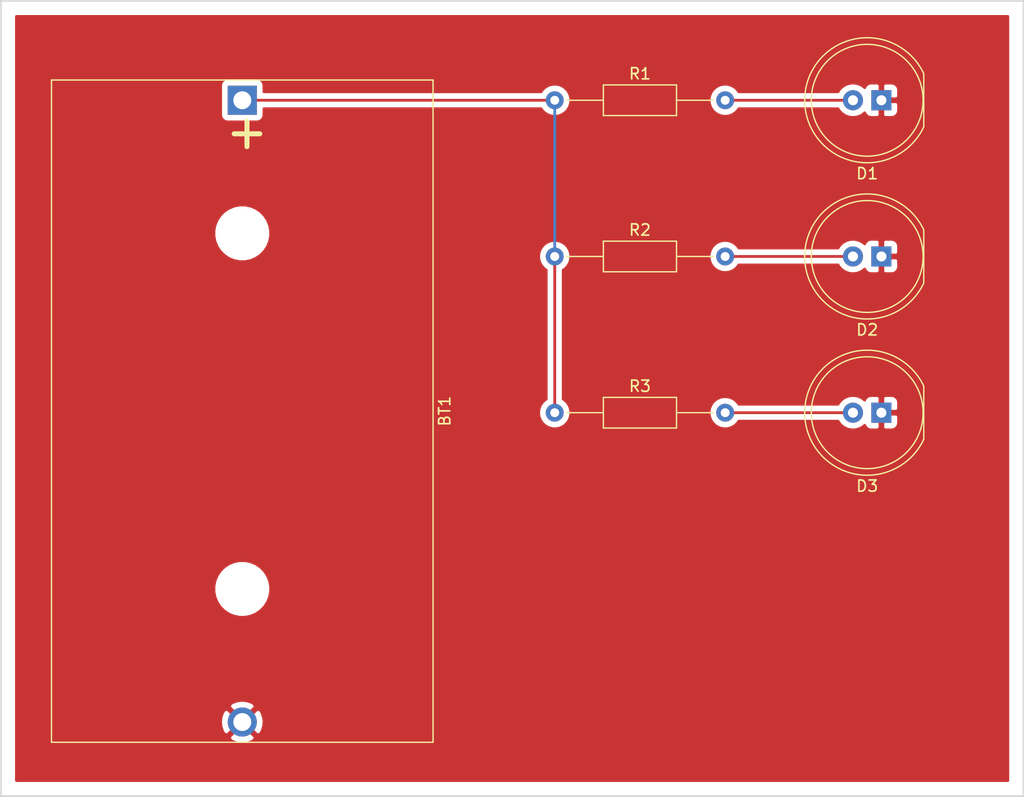
<source format=kicad_pcb>
(kicad_pcb (version 20171130) (host pcbnew "(5.1.7)-1")

  (general
    (thickness 1.6)
    (drawings 4)
    (tracks 6)
    (zones 0)
    (modules 7)
    (nets 6)
  )

  (page A4)
  (layers
    (0 F.Cu signal)
    (31 B.Cu signal)
    (32 B.Adhes user)
    (33 F.Adhes user)
    (34 B.Paste user)
    (35 F.Paste user)
    (36 B.SilkS user)
    (37 F.SilkS user)
    (38 B.Mask user)
    (39 F.Mask user)
    (40 Dwgs.User user)
    (41 Cmts.User user)
    (42 Eco1.User user)
    (43 Eco2.User user)
    (44 Edge.Cuts user)
    (45 Margin user)
    (46 B.CrtYd user)
    (47 F.CrtYd user)
    (48 B.Fab user)
    (49 F.Fab user)
  )

  (setup
    (last_trace_width 0.25)
    (trace_clearance 0.2)
    (zone_clearance 0.508)
    (zone_45_only no)
    (trace_min 0.2)
    (via_size 0.8)
    (via_drill 0.4)
    (via_min_size 0.4)
    (via_min_drill 0.3)
    (uvia_size 0.3)
    (uvia_drill 0.1)
    (uvias_allowed no)
    (uvia_min_size 0.2)
    (uvia_min_drill 0.1)
    (edge_width 0.05)
    (segment_width 0.2)
    (pcb_text_width 0.3)
    (pcb_text_size 1.5 1.5)
    (mod_edge_width 0.12)
    (mod_text_size 1 1)
    (mod_text_width 0.15)
    (pad_size 1.524 1.524)
    (pad_drill 0.762)
    (pad_to_mask_clearance 0)
    (aux_axis_origin 0 0)
    (visible_elements FFFFFF7F)
    (pcbplotparams
      (layerselection 0x010fc_ffffffff)
      (usegerberextensions false)
      (usegerberattributes true)
      (usegerberadvancedattributes true)
      (creategerberjobfile true)
      (excludeedgelayer true)
      (linewidth 0.100000)
      (plotframeref false)
      (viasonmask false)
      (mode 1)
      (useauxorigin false)
      (hpglpennumber 1)
      (hpglpenspeed 20)
      (hpglpendiameter 15.000000)
      (psnegative false)
      (psa4output false)
      (plotreference true)
      (plotvalue true)
      (plotinvisibletext false)
      (padsonsilk false)
      (subtractmaskfromsilk false)
      (outputformat 1)
      (mirror false)
      (drillshape 1)
      (scaleselection 1)
      (outputdirectory ""))
  )

  (net 0 "")
  (net 1 "Net-(D1-Pad2)")
  (net 2 "Net-(BT1-Pad2)")
  (net 3 "Net-(D2-Pad2)")
  (net 4 "Net-(D3-Pad2)")
  (net 5 "Net-(BT1-Pad1)")

  (net_class Default "This is the default net class."
    (clearance 0.2)
    (trace_width 0.25)
    (via_dia 0.8)
    (via_drill 0.4)
    (uvia_dia 0.3)
    (uvia_drill 0.1)
    (add_net "Net-(BT1-Pad1)")
    (add_net "Net-(BT1-Pad2)")
    (add_net "Net-(D1-Pad2)")
    (add_net "Net-(D2-Pad2)")
    (add_net "Net-(D3-Pad2)")
  )

  (module Battery:BatteryHolder_Bulgin_BX0036_1xC (layer F.Cu) (tedit 5C0C1564) (tstamp 5FA95374)
    (at 73.66 72.39 270)
    (descr "Bulgin Battery Holder, BX0036, Battery Type C (https://www.bulgin.com/products/pub/media/bulgin/data/Battery_holders.pdf)")
    (tags "Bulgin BX0036")
    (path /5FA96C5D)
    (fp_text reference BT1 (at 27.8 -18.1 90) (layer F.SilkS)
      (effects (font (size 1 1) (thickness 0.15)))
    )
    (fp_text value Battery (at 27.8 1 90) (layer F.Fab)
      (effects (font (size 1 1) (thickness 0.15)))
    )
    (fp_text user %R (at 27.8 -1 90) (layer F.Fab)
      (effects (font (size 1 1) (thickness 0.1)))
    )
    (fp_text user + (at 3 -0.2 90) (layer F.SilkS)
      (effects (font (size 3 3) (thickness 0.45)))
    )
    (fp_line (start -1.75 17) (end -1.75 -17) (layer F.Fab) (width 0.1))
    (fp_line (start 57.35 17) (end -1.75 17) (layer F.Fab) (width 0.1))
    (fp_line (start 57.35 -17) (end 57.35 17) (layer F.Fab) (width 0.1))
    (fp_line (start -1.75 -17) (end 57.35 -17) (layer F.Fab) (width 0.1))
    (fp_line (start -2.3 -17.5) (end 57.9 -17.5) (layer F.CrtYd) (width 0.05))
    (fp_line (start 57.9 -17.5) (end 57.9 17.5) (layer F.CrtYd) (width 0.05))
    (fp_line (start 57.9 17.5) (end -2.3 17.5) (layer F.CrtYd) (width 0.05))
    (fp_line (start -2.3 17.5) (end -2.3 -17.5) (layer F.CrtYd) (width 0.05))
    (fp_line (start -1.81 -17.06) (end -1.81 17.06) (layer F.SilkS) (width 0.12))
    (fp_line (start 57.41 -17.06) (end 57.41 17.06) (layer F.SilkS) (width 0.12))
    (fp_line (start -1.81 -17.06) (end 57.41 -17.06) (layer F.SilkS) (width 0.12))
    (fp_line (start -1.81 17.06) (end 57.41 17.06) (layer F.SilkS) (width 0.12))
    (pad "" np_thru_hole circle (at 43.7 0 270) (size 3.8 3.8) (drill 3.8) (layers *.Cu *.Mask))
    (pad "" np_thru_hole circle (at 11.9 0 270) (size 3.8 3.8) (drill 3.8) (layers *.Cu *.Mask))
    (pad 1 thru_hole rect (at 0 0 270) (size 2.6 2.6) (drill 1.6) (layers *.Cu *.Mask)
      (net 5 "Net-(BT1-Pad1)"))
    (pad 2 thru_hole circle (at 55.6 0 270) (size 2.6 2.6) (drill 1.6) (layers *.Cu *.Mask)
      (net 2 "Net-(BT1-Pad2)"))
    (model ${KISYS3DMOD}/Battery.3dshapes/BatteryHolder_Bulgin_BX0036_1xC.wrl
      (at (xyz 0 0 0))
      (scale (xyz 1 1 1))
      (rotate (xyz 0 0 0))
    )
  )

  (module Resistor_THT:R_Axial_DIN0207_L6.3mm_D2.5mm_P15.24mm_Horizontal (layer F.Cu) (tedit 5AE5139B) (tstamp 5FA951C8)
    (at 101.6 100.33)
    (descr "Resistor, Axial_DIN0207 series, Axial, Horizontal, pin pitch=15.24mm, 0.25W = 1/4W, length*diameter=6.3*2.5mm^2, http://cdn-reichelt.de/documents/datenblatt/B400/1_4W%23YAG.pdf")
    (tags "Resistor Axial_DIN0207 series Axial Horizontal pin pitch 15.24mm 0.25W = 1/4W length 6.3mm diameter 2.5mm")
    (path /5FA944FB)
    (fp_text reference R3 (at 7.62 -2.37) (layer F.SilkS)
      (effects (font (size 1 1) (thickness 0.15)))
    )
    (fp_text value 200 (at 7.62 2.37) (layer F.Fab)
      (effects (font (size 1 1) (thickness 0.15)))
    )
    (fp_text user %R (at 7.62 0) (layer F.Fab)
      (effects (font (size 1 1) (thickness 0.15)))
    )
    (fp_line (start 4.47 -1.25) (end 4.47 1.25) (layer F.Fab) (width 0.1))
    (fp_line (start 4.47 1.25) (end 10.77 1.25) (layer F.Fab) (width 0.1))
    (fp_line (start 10.77 1.25) (end 10.77 -1.25) (layer F.Fab) (width 0.1))
    (fp_line (start 10.77 -1.25) (end 4.47 -1.25) (layer F.Fab) (width 0.1))
    (fp_line (start 0 0) (end 4.47 0) (layer F.Fab) (width 0.1))
    (fp_line (start 15.24 0) (end 10.77 0) (layer F.Fab) (width 0.1))
    (fp_line (start 4.35 -1.37) (end 4.35 1.37) (layer F.SilkS) (width 0.12))
    (fp_line (start 4.35 1.37) (end 10.89 1.37) (layer F.SilkS) (width 0.12))
    (fp_line (start 10.89 1.37) (end 10.89 -1.37) (layer F.SilkS) (width 0.12))
    (fp_line (start 10.89 -1.37) (end 4.35 -1.37) (layer F.SilkS) (width 0.12))
    (fp_line (start 1.04 0) (end 4.35 0) (layer F.SilkS) (width 0.12))
    (fp_line (start 14.2 0) (end 10.89 0) (layer F.SilkS) (width 0.12))
    (fp_line (start -1.05 -1.5) (end -1.05 1.5) (layer F.CrtYd) (width 0.05))
    (fp_line (start -1.05 1.5) (end 16.29 1.5) (layer F.CrtYd) (width 0.05))
    (fp_line (start 16.29 1.5) (end 16.29 -1.5) (layer F.CrtYd) (width 0.05))
    (fp_line (start 16.29 -1.5) (end -1.05 -1.5) (layer F.CrtYd) (width 0.05))
    (pad 2 thru_hole oval (at 15.24 0) (size 1.6 1.6) (drill 0.8) (layers *.Cu *.Mask)
      (net 4 "Net-(D3-Pad2)"))
    (pad 1 thru_hole circle (at 0 0) (size 1.6 1.6) (drill 0.8) (layers *.Cu *.Mask)
      (net 5 "Net-(BT1-Pad1)"))
    (model ${KISYS3DMOD}/Resistor_THT.3dshapes/R_Axial_DIN0207_L6.3mm_D2.5mm_P15.24mm_Horizontal.wrl
      (at (xyz 0 0 0))
      (scale (xyz 1 1 1))
      (rotate (xyz 0 0 0))
    )
  )

  (module Resistor_THT:R_Axial_DIN0207_L6.3mm_D2.5mm_P15.24mm_Horizontal (layer F.Cu) (tedit 5AE5139B) (tstamp 5FA951B1)
    (at 101.6 86.36)
    (descr "Resistor, Axial_DIN0207 series, Axial, Horizontal, pin pitch=15.24mm, 0.25W = 1/4W, length*diameter=6.3*2.5mm^2, http://cdn-reichelt.de/documents/datenblatt/B400/1_4W%23YAG.pdf")
    (tags "Resistor Axial_DIN0207 series Axial Horizontal pin pitch 15.24mm 0.25W = 1/4W length 6.3mm diameter 2.5mm")
    (path /5FA95C14)
    (fp_text reference R2 (at 7.62 -2.37) (layer F.SilkS)
      (effects (font (size 1 1) (thickness 0.15)))
    )
    (fp_text value 200 (at 7.62 2.37) (layer F.Fab)
      (effects (font (size 1 1) (thickness 0.15)))
    )
    (fp_text user %R (at 7.62 0) (layer F.Fab)
      (effects (font (size 1 1) (thickness 0.15)))
    )
    (fp_line (start 4.47 -1.25) (end 4.47 1.25) (layer F.Fab) (width 0.1))
    (fp_line (start 4.47 1.25) (end 10.77 1.25) (layer F.Fab) (width 0.1))
    (fp_line (start 10.77 1.25) (end 10.77 -1.25) (layer F.Fab) (width 0.1))
    (fp_line (start 10.77 -1.25) (end 4.47 -1.25) (layer F.Fab) (width 0.1))
    (fp_line (start 0 0) (end 4.47 0) (layer F.Fab) (width 0.1))
    (fp_line (start 15.24 0) (end 10.77 0) (layer F.Fab) (width 0.1))
    (fp_line (start 4.35 -1.37) (end 4.35 1.37) (layer F.SilkS) (width 0.12))
    (fp_line (start 4.35 1.37) (end 10.89 1.37) (layer F.SilkS) (width 0.12))
    (fp_line (start 10.89 1.37) (end 10.89 -1.37) (layer F.SilkS) (width 0.12))
    (fp_line (start 10.89 -1.37) (end 4.35 -1.37) (layer F.SilkS) (width 0.12))
    (fp_line (start 1.04 0) (end 4.35 0) (layer F.SilkS) (width 0.12))
    (fp_line (start 14.2 0) (end 10.89 0) (layer F.SilkS) (width 0.12))
    (fp_line (start -1.05 -1.5) (end -1.05 1.5) (layer F.CrtYd) (width 0.05))
    (fp_line (start -1.05 1.5) (end 16.29 1.5) (layer F.CrtYd) (width 0.05))
    (fp_line (start 16.29 1.5) (end 16.29 -1.5) (layer F.CrtYd) (width 0.05))
    (fp_line (start 16.29 -1.5) (end -1.05 -1.5) (layer F.CrtYd) (width 0.05))
    (pad 2 thru_hole oval (at 15.24 0) (size 1.6 1.6) (drill 0.8) (layers *.Cu *.Mask)
      (net 3 "Net-(D2-Pad2)"))
    (pad 1 thru_hole circle (at 0 0) (size 1.6 1.6) (drill 0.8) (layers *.Cu *.Mask)
      (net 5 "Net-(BT1-Pad1)"))
    (model ${KISYS3DMOD}/Resistor_THT.3dshapes/R_Axial_DIN0207_L6.3mm_D2.5mm_P15.24mm_Horizontal.wrl
      (at (xyz 0 0 0))
      (scale (xyz 1 1 1))
      (rotate (xyz 0 0 0))
    )
  )

  (module Resistor_THT:R_Axial_DIN0207_L6.3mm_D2.5mm_P15.24mm_Horizontal (layer F.Cu) (tedit 5AE5139B) (tstamp 5FA9519A)
    (at 101.6 72.39)
    (descr "Resistor, Axial_DIN0207 series, Axial, Horizontal, pin pitch=15.24mm, 0.25W = 1/4W, length*diameter=6.3*2.5mm^2, http://cdn-reichelt.de/documents/datenblatt/B400/1_4W%23YAG.pdf")
    (tags "Resistor Axial_DIN0207 series Axial Horizontal pin pitch 15.24mm 0.25W = 1/4W length 6.3mm diameter 2.5mm")
    (path /5FA95E9F)
    (fp_text reference R1 (at 7.62 -2.37) (layer F.SilkS)
      (effects (font (size 1 1) (thickness 0.15)))
    )
    (fp_text value 200 (at 7.62 2.37) (layer F.Fab)
      (effects (font (size 1 1) (thickness 0.15)))
    )
    (fp_text user %R (at 7.62 0) (layer F.Fab)
      (effects (font (size 1 1) (thickness 0.15)))
    )
    (fp_line (start 4.47 -1.25) (end 4.47 1.25) (layer F.Fab) (width 0.1))
    (fp_line (start 4.47 1.25) (end 10.77 1.25) (layer F.Fab) (width 0.1))
    (fp_line (start 10.77 1.25) (end 10.77 -1.25) (layer F.Fab) (width 0.1))
    (fp_line (start 10.77 -1.25) (end 4.47 -1.25) (layer F.Fab) (width 0.1))
    (fp_line (start 0 0) (end 4.47 0) (layer F.Fab) (width 0.1))
    (fp_line (start 15.24 0) (end 10.77 0) (layer F.Fab) (width 0.1))
    (fp_line (start 4.35 -1.37) (end 4.35 1.37) (layer F.SilkS) (width 0.12))
    (fp_line (start 4.35 1.37) (end 10.89 1.37) (layer F.SilkS) (width 0.12))
    (fp_line (start 10.89 1.37) (end 10.89 -1.37) (layer F.SilkS) (width 0.12))
    (fp_line (start 10.89 -1.37) (end 4.35 -1.37) (layer F.SilkS) (width 0.12))
    (fp_line (start 1.04 0) (end 4.35 0) (layer F.SilkS) (width 0.12))
    (fp_line (start 14.2 0) (end 10.89 0) (layer F.SilkS) (width 0.12))
    (fp_line (start -1.05 -1.5) (end -1.05 1.5) (layer F.CrtYd) (width 0.05))
    (fp_line (start -1.05 1.5) (end 16.29 1.5) (layer F.CrtYd) (width 0.05))
    (fp_line (start 16.29 1.5) (end 16.29 -1.5) (layer F.CrtYd) (width 0.05))
    (fp_line (start 16.29 -1.5) (end -1.05 -1.5) (layer F.CrtYd) (width 0.05))
    (pad 2 thru_hole oval (at 15.24 0) (size 1.6 1.6) (drill 0.8) (layers *.Cu *.Mask)
      (net 1 "Net-(D1-Pad2)"))
    (pad 1 thru_hole circle (at 0 0) (size 1.6 1.6) (drill 0.8) (layers *.Cu *.Mask)
      (net 5 "Net-(BT1-Pad1)"))
    (model ${KISYS3DMOD}/Resistor_THT.3dshapes/R_Axial_DIN0207_L6.3mm_D2.5mm_P15.24mm_Horizontal.wrl
      (at (xyz 0 0 0))
      (scale (xyz 1 1 1))
      (rotate (xyz 0 0 0))
    )
  )

  (module LED_THT:LED_D10.0mm (layer F.Cu) (tedit 587A3A7B) (tstamp 5FA95183)
    (at 130.81 100.33 180)
    (descr "LED, diameter 10.0mm, 2 pins, http://cdn-reichelt.de/documents/datenblatt/A500/LED10-4500RT%23KIN.pdf")
    (tags "LED diameter 10.0mm 2 pins")
    (path /5FA8E9F3)
    (fp_text reference D3 (at 1.27 -6.56) (layer F.SilkS)
      (effects (font (size 1 1) (thickness 0.15)))
    )
    (fp_text value LED (at 1.27 6.56) (layer F.Fab)
      (effects (font (size 1 1) (thickness 0.15)))
    )
    (fp_arc (start 1.27 0) (end -3.79 2.375816) (angle -154.8) (layer F.SilkS) (width 0.12))
    (fp_arc (start 1.27 0) (end -3.79 -2.375816) (angle 154.8) (layer F.SilkS) (width 0.12))
    (fp_arc (start 1.27 0) (end -3.73 -2.291288) (angle 310.8) (layer F.Fab) (width 0.1))
    (fp_circle (center 1.27 0) (end 6.27 0) (layer F.Fab) (width 0.1))
    (fp_circle (center 1.27 0) (end 6.27 0) (layer F.SilkS) (width 0.12))
    (fp_line (start -3.73 -2.291288) (end -3.73 2.291288) (layer F.Fab) (width 0.1))
    (fp_line (start -3.79 -2.376) (end -3.79 2.376) (layer F.SilkS) (width 0.12))
    (fp_line (start -4.55 -5.85) (end -4.55 5.85) (layer F.CrtYd) (width 0.05))
    (fp_line (start -4.55 5.85) (end 7.1 5.85) (layer F.CrtYd) (width 0.05))
    (fp_line (start 7.1 5.85) (end 7.1 -5.85) (layer F.CrtYd) (width 0.05))
    (fp_line (start 7.1 -5.85) (end -4.55 -5.85) (layer F.CrtYd) (width 0.05))
    (pad 2 thru_hole circle (at 2.54 0 180) (size 1.8 1.8) (drill 0.9) (layers *.Cu *.Mask)
      (net 4 "Net-(D3-Pad2)"))
    (pad 1 thru_hole rect (at 0 0 180) (size 1.8 1.8) (drill 0.9) (layers *.Cu *.Mask)
      (net 2 "Net-(BT1-Pad2)"))
    (model ${KISYS3DMOD}/LED_THT.3dshapes/LED_D10.0mm.wrl
      (at (xyz 0 0 0))
      (scale (xyz 1 1 1))
      (rotate (xyz 0 0 0))
    )
  )

  (module LED_THT:LED_D10.0mm (layer F.Cu) (tedit 587A3A7B) (tstamp 5FA95172)
    (at 130.81 86.36 180)
    (descr "LED, diameter 10.0mm, 2 pins, http://cdn-reichelt.de/documents/datenblatt/A500/LED10-4500RT%23KIN.pdf")
    (tags "LED diameter 10.0mm 2 pins")
    (path /5FA92F79)
    (fp_text reference D2 (at 1.27 -6.56) (layer F.SilkS)
      (effects (font (size 1 1) (thickness 0.15)))
    )
    (fp_text value LED (at 1.27 6.56) (layer F.Fab)
      (effects (font (size 1 1) (thickness 0.15)))
    )
    (fp_arc (start 1.27 0) (end -3.79 2.375816) (angle -154.8) (layer F.SilkS) (width 0.12))
    (fp_arc (start 1.27 0) (end -3.79 -2.375816) (angle 154.8) (layer F.SilkS) (width 0.12))
    (fp_arc (start 1.27 0) (end -3.73 -2.291288) (angle 310.8) (layer F.Fab) (width 0.1))
    (fp_circle (center 1.27 0) (end 6.27 0) (layer F.Fab) (width 0.1))
    (fp_circle (center 1.27 0) (end 6.27 0) (layer F.SilkS) (width 0.12))
    (fp_line (start -3.73 -2.291288) (end -3.73 2.291288) (layer F.Fab) (width 0.1))
    (fp_line (start -3.79 -2.376) (end -3.79 2.376) (layer F.SilkS) (width 0.12))
    (fp_line (start -4.55 -5.85) (end -4.55 5.85) (layer F.CrtYd) (width 0.05))
    (fp_line (start -4.55 5.85) (end 7.1 5.85) (layer F.CrtYd) (width 0.05))
    (fp_line (start 7.1 5.85) (end 7.1 -5.85) (layer F.CrtYd) (width 0.05))
    (fp_line (start 7.1 -5.85) (end -4.55 -5.85) (layer F.CrtYd) (width 0.05))
    (pad 2 thru_hole circle (at 2.54 0 180) (size 1.8 1.8) (drill 0.9) (layers *.Cu *.Mask)
      (net 3 "Net-(D2-Pad2)"))
    (pad 1 thru_hole rect (at 0 0 180) (size 1.8 1.8) (drill 0.9) (layers *.Cu *.Mask)
      (net 2 "Net-(BT1-Pad2)"))
    (model ${KISYS3DMOD}/LED_THT.3dshapes/LED_D10.0mm.wrl
      (at (xyz 0 0 0))
      (scale (xyz 1 1 1))
      (rotate (xyz 0 0 0))
    )
  )

  (module LED_THT:LED_D10.0mm (layer F.Cu) (tedit 587A3A7B) (tstamp 5FA95161)
    (at 130.81 72.39 180)
    (descr "LED, diameter 10.0mm, 2 pins, http://cdn-reichelt.de/documents/datenblatt/A500/LED10-4500RT%23KIN.pdf")
    (tags "LED diameter 10.0mm 2 pins")
    (path /5FA93F7B)
    (fp_text reference D1 (at 1.27 -6.56) (layer F.SilkS)
      (effects (font (size 1 1) (thickness 0.15)))
    )
    (fp_text value LED (at 1.27 6.56) (layer F.Fab)
      (effects (font (size 1 1) (thickness 0.15)))
    )
    (fp_arc (start 1.27 0) (end -3.79 2.375816) (angle -154.8) (layer F.SilkS) (width 0.12))
    (fp_arc (start 1.27 0) (end -3.79 -2.375816) (angle 154.8) (layer F.SilkS) (width 0.12))
    (fp_arc (start 1.27 0) (end -3.73 -2.291288) (angle 310.8) (layer F.Fab) (width 0.1))
    (fp_circle (center 1.27 0) (end 6.27 0) (layer F.Fab) (width 0.1))
    (fp_circle (center 1.27 0) (end 6.27 0) (layer F.SilkS) (width 0.12))
    (fp_line (start -3.73 -2.291288) (end -3.73 2.291288) (layer F.Fab) (width 0.1))
    (fp_line (start -3.79 -2.376) (end -3.79 2.376) (layer F.SilkS) (width 0.12))
    (fp_line (start -4.55 -5.85) (end -4.55 5.85) (layer F.CrtYd) (width 0.05))
    (fp_line (start -4.55 5.85) (end 7.1 5.85) (layer F.CrtYd) (width 0.05))
    (fp_line (start 7.1 5.85) (end 7.1 -5.85) (layer F.CrtYd) (width 0.05))
    (fp_line (start 7.1 -5.85) (end -4.55 -5.85) (layer F.CrtYd) (width 0.05))
    (pad 2 thru_hole circle (at 2.54 0 180) (size 1.8 1.8) (drill 0.9) (layers *.Cu *.Mask)
      (net 1 "Net-(D1-Pad2)"))
    (pad 1 thru_hole rect (at 0 0 180) (size 1.8 1.8) (drill 0.9) (layers *.Cu *.Mask)
      (net 2 "Net-(BT1-Pad2)"))
    (model ${KISYS3DMOD}/LED_THT.3dshapes/LED_D10.0mm.wrl
      (at (xyz 0 0 0))
      (scale (xyz 1 1 1))
      (rotate (xyz 0 0 0))
    )
  )

  (gr_line (start 143.51 63.5) (end 52.07 63.5) (layer Edge.Cuts) (width 0.15) (tstamp 5FA957DC))
  (gr_line (start 143.51 134.62) (end 143.51 63.5) (layer Edge.Cuts) (width 0.15))
  (gr_line (start 52.07 134.62) (end 143.51 134.62) (layer Edge.Cuts) (width 0.15))
  (gr_line (start 52.07 63.5) (end 52.07 134.62) (layer Edge.Cuts) (width 0.15))

  (segment (start 116.84 72.39) (end 128.27 72.39) (width 0.25) (layer F.Cu) (net 1))
  (segment (start 116.84 86.36) (end 128.27 86.36) (width 0.25) (layer F.Cu) (net 3))
  (segment (start 116.84 100.33) (end 128.27 100.33) (width 0.25) (layer F.Cu) (net 4))
  (segment (start 73.66 72.39) (end 101.6 72.39) (width 0.25) (layer F.Cu) (net 5))
  (segment (start 101.6 72.39) (end 101.6 86.36) (width 0.25) (layer B.Cu) (net 5))
  (segment (start 101.6 86.36) (end 101.6 100.33) (width 0.25) (layer F.Cu) (net 5))

  (zone (net 2) (net_name "Net-(BT1-Pad2)") (layer F.Cu) (tstamp 0) (hatch edge 0.508)
    (connect_pads (clearance 0.508))
    (min_thickness 0.254)
    (fill yes (arc_segments 32) (thermal_gap 0.508) (thermal_bridge_width 0.508))
    (polygon
      (pts
        (xy 142.24 133.35) (xy 53.34 133.35) (xy 53.34 64.77) (xy 142.24 64.77)
      )
    )
    (filled_polygon
      (pts
        (xy 142.113 133.223) (xy 53.467 133.223) (xy 53.467 129.339224) (xy 72.490381 129.339224) (xy 72.622317 129.634312)
        (xy 72.963045 129.805159) (xy 73.330557 129.90625) (xy 73.710729 129.933701) (xy 74.088951 129.886457) (xy 74.45069 129.766333)
        (xy 74.697683 129.634312) (xy 74.829619 129.339224) (xy 73.66 128.169605) (xy 72.490381 129.339224) (xy 53.467 129.339224)
        (xy 53.467 128.040729) (xy 71.716299 128.040729) (xy 71.763543 128.418951) (xy 71.883667 128.78069) (xy 72.015688 129.027683)
        (xy 72.310776 129.159619) (xy 73.480395 127.99) (xy 73.839605 127.99) (xy 75.009224 129.159619) (xy 75.304312 129.027683)
        (xy 75.475159 128.686955) (xy 75.57625 128.319443) (xy 75.603701 127.939271) (xy 75.556457 127.561049) (xy 75.436333 127.19931)
        (xy 75.304312 126.952317) (xy 75.009224 126.820381) (xy 73.839605 127.99) (xy 73.480395 127.99) (xy 72.310776 126.820381)
        (xy 72.015688 126.952317) (xy 71.844841 127.293045) (xy 71.74375 127.660557) (xy 71.716299 128.040729) (xy 53.467 128.040729)
        (xy 53.467 126.640776) (xy 72.490381 126.640776) (xy 73.66 127.810395) (xy 74.829619 126.640776) (xy 74.697683 126.345688)
        (xy 74.356955 126.174841) (xy 73.989443 126.07375) (xy 73.609271 126.046299) (xy 73.231049 126.093543) (xy 72.86931 126.213667)
        (xy 72.622317 126.345688) (xy 72.490381 126.640776) (xy 53.467 126.640776) (xy 53.467 115.840324) (xy 71.125 115.840324)
        (xy 71.125 116.339676) (xy 71.222418 116.829432) (xy 71.413512 117.290773) (xy 71.690937 117.705968) (xy 72.044032 118.059063)
        (xy 72.459227 118.336488) (xy 72.920568 118.527582) (xy 73.410324 118.625) (xy 73.909676 118.625) (xy 74.399432 118.527582)
        (xy 74.860773 118.336488) (xy 75.275968 118.059063) (xy 75.629063 117.705968) (xy 75.906488 117.290773) (xy 76.097582 116.829432)
        (xy 76.195 116.339676) (xy 76.195 115.840324) (xy 76.097582 115.350568) (xy 75.906488 114.889227) (xy 75.629063 114.474032)
        (xy 75.275968 114.120937) (xy 74.860773 113.843512) (xy 74.399432 113.652418) (xy 73.909676 113.555) (xy 73.410324 113.555)
        (xy 72.920568 113.652418) (xy 72.459227 113.843512) (xy 72.044032 114.120937) (xy 71.690937 114.474032) (xy 71.413512 114.889227)
        (xy 71.222418 115.350568) (xy 71.125 115.840324) (xy 53.467 115.840324) (xy 53.467 84.040324) (xy 71.125 84.040324)
        (xy 71.125 84.539676) (xy 71.222418 85.029432) (xy 71.413512 85.490773) (xy 71.690937 85.905968) (xy 72.044032 86.259063)
        (xy 72.459227 86.536488) (xy 72.920568 86.727582) (xy 73.410324 86.825) (xy 73.909676 86.825) (xy 74.399432 86.727582)
        (xy 74.860773 86.536488) (xy 75.275968 86.259063) (xy 75.316366 86.218665) (xy 100.165 86.218665) (xy 100.165 86.501335)
        (xy 100.220147 86.778574) (xy 100.32832 87.039727) (xy 100.485363 87.274759) (xy 100.685241 87.474637) (xy 100.84 87.578043)
        (xy 100.840001 99.111956) (xy 100.685241 99.215363) (xy 100.485363 99.415241) (xy 100.32832 99.650273) (xy 100.220147 99.911426)
        (xy 100.165 100.188665) (xy 100.165 100.471335) (xy 100.220147 100.748574) (xy 100.32832 101.009727) (xy 100.485363 101.244759)
        (xy 100.685241 101.444637) (xy 100.920273 101.60168) (xy 101.181426 101.709853) (xy 101.458665 101.765) (xy 101.741335 101.765)
        (xy 102.018574 101.709853) (xy 102.279727 101.60168) (xy 102.514759 101.444637) (xy 102.714637 101.244759) (xy 102.87168 101.009727)
        (xy 102.979853 100.748574) (xy 103.035 100.471335) (xy 103.035 100.188665) (xy 115.405 100.188665) (xy 115.405 100.471335)
        (xy 115.460147 100.748574) (xy 115.56832 101.009727) (xy 115.725363 101.244759) (xy 115.925241 101.444637) (xy 116.160273 101.60168)
        (xy 116.421426 101.709853) (xy 116.698665 101.765) (xy 116.981335 101.765) (xy 117.258574 101.709853) (xy 117.519727 101.60168)
        (xy 117.754759 101.444637) (xy 117.954637 101.244759) (xy 118.058043 101.09) (xy 126.931687 101.09) (xy 127.077688 101.308505)
        (xy 127.291495 101.522312) (xy 127.542905 101.690299) (xy 127.822257 101.806011) (xy 128.118816 101.865) (xy 128.421184 101.865)
        (xy 128.717743 101.806011) (xy 128.997095 101.690299) (xy 129.248505 101.522312) (xy 129.314944 101.455873) (xy 129.320498 101.47418)
        (xy 129.379463 101.584494) (xy 129.458815 101.681185) (xy 129.555506 101.760537) (xy 129.66582 101.819502) (xy 129.785518 101.855812)
        (xy 129.91 101.868072) (xy 130.52425 101.865) (xy 130.683 101.70625) (xy 130.683 100.457) (xy 130.937 100.457)
        (xy 130.937 101.70625) (xy 131.09575 101.865) (xy 131.71 101.868072) (xy 131.834482 101.855812) (xy 131.95418 101.819502)
        (xy 132.064494 101.760537) (xy 132.161185 101.681185) (xy 132.240537 101.584494) (xy 132.299502 101.47418) (xy 132.335812 101.354482)
        (xy 132.348072 101.23) (xy 132.345 100.61575) (xy 132.18625 100.457) (xy 130.937 100.457) (xy 130.683 100.457)
        (xy 130.663 100.457) (xy 130.663 100.203) (xy 130.683 100.203) (xy 130.683 98.95375) (xy 130.937 98.95375)
        (xy 130.937 100.203) (xy 132.18625 100.203) (xy 132.345 100.04425) (xy 132.348072 99.43) (xy 132.335812 99.305518)
        (xy 132.299502 99.18582) (xy 132.240537 99.075506) (xy 132.161185 98.978815) (xy 132.064494 98.899463) (xy 131.95418 98.840498)
        (xy 131.834482 98.804188) (xy 131.71 98.791928) (xy 131.09575 98.795) (xy 130.937 98.95375) (xy 130.683 98.95375)
        (xy 130.52425 98.795) (xy 129.91 98.791928) (xy 129.785518 98.804188) (xy 129.66582 98.840498) (xy 129.555506 98.899463)
        (xy 129.458815 98.978815) (xy 129.379463 99.075506) (xy 129.320498 99.18582) (xy 129.314944 99.204127) (xy 129.248505 99.137688)
        (xy 128.997095 98.969701) (xy 128.717743 98.853989) (xy 128.421184 98.795) (xy 128.118816 98.795) (xy 127.822257 98.853989)
        (xy 127.542905 98.969701) (xy 127.291495 99.137688) (xy 127.077688 99.351495) (xy 126.931687 99.57) (xy 118.058043 99.57)
        (xy 117.954637 99.415241) (xy 117.754759 99.215363) (xy 117.519727 99.05832) (xy 117.258574 98.950147) (xy 116.981335 98.895)
        (xy 116.698665 98.895) (xy 116.421426 98.950147) (xy 116.160273 99.05832) (xy 115.925241 99.215363) (xy 115.725363 99.415241)
        (xy 115.56832 99.650273) (xy 115.460147 99.911426) (xy 115.405 100.188665) (xy 103.035 100.188665) (xy 102.979853 99.911426)
        (xy 102.87168 99.650273) (xy 102.714637 99.415241) (xy 102.514759 99.215363) (xy 102.36 99.111957) (xy 102.36 87.578043)
        (xy 102.514759 87.474637) (xy 102.714637 87.274759) (xy 102.87168 87.039727) (xy 102.979853 86.778574) (xy 103.035 86.501335)
        (xy 103.035 86.218665) (xy 115.405 86.218665) (xy 115.405 86.501335) (xy 115.460147 86.778574) (xy 115.56832 87.039727)
        (xy 115.725363 87.274759) (xy 115.925241 87.474637) (xy 116.160273 87.63168) (xy 116.421426 87.739853) (xy 116.698665 87.795)
        (xy 116.981335 87.795) (xy 117.258574 87.739853) (xy 117.519727 87.63168) (xy 117.754759 87.474637) (xy 117.954637 87.274759)
        (xy 118.058043 87.12) (xy 126.931687 87.12) (xy 127.077688 87.338505) (xy 127.291495 87.552312) (xy 127.542905 87.720299)
        (xy 127.822257 87.836011) (xy 128.118816 87.895) (xy 128.421184 87.895) (xy 128.717743 87.836011) (xy 128.997095 87.720299)
        (xy 129.248505 87.552312) (xy 129.314944 87.485873) (xy 129.320498 87.50418) (xy 129.379463 87.614494) (xy 129.458815 87.711185)
        (xy 129.555506 87.790537) (xy 129.66582 87.849502) (xy 129.785518 87.885812) (xy 129.91 87.898072) (xy 130.52425 87.895)
        (xy 130.683 87.73625) (xy 130.683 86.487) (xy 130.937 86.487) (xy 130.937 87.73625) (xy 131.09575 87.895)
        (xy 131.71 87.898072) (xy 131.834482 87.885812) (xy 131.95418 87.849502) (xy 132.064494 87.790537) (xy 132.161185 87.711185)
        (xy 132.240537 87.614494) (xy 132.299502 87.50418) (xy 132.335812 87.384482) (xy 132.348072 87.26) (xy 132.345 86.64575)
        (xy 132.18625 86.487) (xy 130.937 86.487) (xy 130.683 86.487) (xy 130.663 86.487) (xy 130.663 86.233)
        (xy 130.683 86.233) (xy 130.683 84.98375) (xy 130.937 84.98375) (xy 130.937 86.233) (xy 132.18625 86.233)
        (xy 132.345 86.07425) (xy 132.348072 85.46) (xy 132.335812 85.335518) (xy 132.299502 85.21582) (xy 132.240537 85.105506)
        (xy 132.161185 85.008815) (xy 132.064494 84.929463) (xy 131.95418 84.870498) (xy 131.834482 84.834188) (xy 131.71 84.821928)
        (xy 131.09575 84.825) (xy 130.937 84.98375) (xy 130.683 84.98375) (xy 130.52425 84.825) (xy 129.91 84.821928)
        (xy 129.785518 84.834188) (xy 129.66582 84.870498) (xy 129.555506 84.929463) (xy 129.458815 85.008815) (xy 129.379463 85.105506)
        (xy 129.320498 85.21582) (xy 129.314944 85.234127) (xy 129.248505 85.167688) (xy 128.997095 84.999701) (xy 128.717743 84.883989)
        (xy 128.421184 84.825) (xy 128.118816 84.825) (xy 127.822257 84.883989) (xy 127.542905 84.999701) (xy 127.291495 85.167688)
        (xy 127.077688 85.381495) (xy 126.931687 85.6) (xy 118.058043 85.6) (xy 117.954637 85.445241) (xy 117.754759 85.245363)
        (xy 117.519727 85.08832) (xy 117.258574 84.980147) (xy 116.981335 84.925) (xy 116.698665 84.925) (xy 116.421426 84.980147)
        (xy 116.160273 85.08832) (xy 115.925241 85.245363) (xy 115.725363 85.445241) (xy 115.56832 85.680273) (xy 115.460147 85.941426)
        (xy 115.405 86.218665) (xy 103.035 86.218665) (xy 102.979853 85.941426) (xy 102.87168 85.680273) (xy 102.714637 85.445241)
        (xy 102.514759 85.245363) (xy 102.279727 85.08832) (xy 102.018574 84.980147) (xy 101.741335 84.925) (xy 101.458665 84.925)
        (xy 101.181426 84.980147) (xy 100.920273 85.08832) (xy 100.685241 85.245363) (xy 100.485363 85.445241) (xy 100.32832 85.680273)
        (xy 100.220147 85.941426) (xy 100.165 86.218665) (xy 75.316366 86.218665) (xy 75.629063 85.905968) (xy 75.906488 85.490773)
        (xy 76.097582 85.029432) (xy 76.195 84.539676) (xy 76.195 84.040324) (xy 76.097582 83.550568) (xy 75.906488 83.089227)
        (xy 75.629063 82.674032) (xy 75.275968 82.320937) (xy 74.860773 82.043512) (xy 74.399432 81.852418) (xy 73.909676 81.755)
        (xy 73.410324 81.755) (xy 72.920568 81.852418) (xy 72.459227 82.043512) (xy 72.044032 82.320937) (xy 71.690937 82.674032)
        (xy 71.413512 83.089227) (xy 71.222418 83.550568) (xy 71.125 84.040324) (xy 53.467 84.040324) (xy 53.467 71.09)
        (xy 71.721928 71.09) (xy 71.721928 73.69) (xy 71.734188 73.814482) (xy 71.770498 73.93418) (xy 71.829463 74.044494)
        (xy 71.908815 74.141185) (xy 72.005506 74.220537) (xy 72.11582 74.279502) (xy 72.235518 74.315812) (xy 72.36 74.328072)
        (xy 74.96 74.328072) (xy 75.084482 74.315812) (xy 75.20418 74.279502) (xy 75.314494 74.220537) (xy 75.411185 74.141185)
        (xy 75.490537 74.044494) (xy 75.549502 73.93418) (xy 75.585812 73.814482) (xy 75.598072 73.69) (xy 75.598072 73.15)
        (xy 100.381957 73.15) (xy 100.485363 73.304759) (xy 100.685241 73.504637) (xy 100.920273 73.66168) (xy 101.181426 73.769853)
        (xy 101.458665 73.825) (xy 101.741335 73.825) (xy 102.018574 73.769853) (xy 102.279727 73.66168) (xy 102.514759 73.504637)
        (xy 102.714637 73.304759) (xy 102.87168 73.069727) (xy 102.979853 72.808574) (xy 103.035 72.531335) (xy 103.035 72.248665)
        (xy 115.405 72.248665) (xy 115.405 72.531335) (xy 115.460147 72.808574) (xy 115.56832 73.069727) (xy 115.725363 73.304759)
        (xy 115.925241 73.504637) (xy 116.160273 73.66168) (xy 116.421426 73.769853) (xy 116.698665 73.825) (xy 116.981335 73.825)
        (xy 117.258574 73.769853) (xy 117.519727 73.66168) (xy 117.754759 73.504637) (xy 117.954637 73.304759) (xy 118.058043 73.15)
        (xy 126.931687 73.15) (xy 127.077688 73.368505) (xy 127.291495 73.582312) (xy 127.542905 73.750299) (xy 127.822257 73.866011)
        (xy 128.118816 73.925) (xy 128.421184 73.925) (xy 128.717743 73.866011) (xy 128.997095 73.750299) (xy 129.248505 73.582312)
        (xy 129.314944 73.515873) (xy 129.320498 73.53418) (xy 129.379463 73.644494) (xy 129.458815 73.741185) (xy 129.555506 73.820537)
        (xy 129.66582 73.879502) (xy 129.785518 73.915812) (xy 129.91 73.928072) (xy 130.52425 73.925) (xy 130.683 73.76625)
        (xy 130.683 72.517) (xy 130.937 72.517) (xy 130.937 73.76625) (xy 131.09575 73.925) (xy 131.71 73.928072)
        (xy 131.834482 73.915812) (xy 131.95418 73.879502) (xy 132.064494 73.820537) (xy 132.161185 73.741185) (xy 132.240537 73.644494)
        (xy 132.299502 73.53418) (xy 132.335812 73.414482) (xy 132.348072 73.29) (xy 132.345 72.67575) (xy 132.18625 72.517)
        (xy 130.937 72.517) (xy 130.683 72.517) (xy 130.663 72.517) (xy 130.663 72.263) (xy 130.683 72.263)
        (xy 130.683 71.01375) (xy 130.937 71.01375) (xy 130.937 72.263) (xy 132.18625 72.263) (xy 132.345 72.10425)
        (xy 132.348072 71.49) (xy 132.335812 71.365518) (xy 132.299502 71.24582) (xy 132.240537 71.135506) (xy 132.161185 71.038815)
        (xy 132.064494 70.959463) (xy 131.95418 70.900498) (xy 131.834482 70.864188) (xy 131.71 70.851928) (xy 131.09575 70.855)
        (xy 130.937 71.01375) (xy 130.683 71.01375) (xy 130.52425 70.855) (xy 129.91 70.851928) (xy 129.785518 70.864188)
        (xy 129.66582 70.900498) (xy 129.555506 70.959463) (xy 129.458815 71.038815) (xy 129.379463 71.135506) (xy 129.320498 71.24582)
        (xy 129.314944 71.264127) (xy 129.248505 71.197688) (xy 128.997095 71.029701) (xy 128.717743 70.913989) (xy 128.421184 70.855)
        (xy 128.118816 70.855) (xy 127.822257 70.913989) (xy 127.542905 71.029701) (xy 127.291495 71.197688) (xy 127.077688 71.411495)
        (xy 126.931687 71.63) (xy 118.058043 71.63) (xy 117.954637 71.475241) (xy 117.754759 71.275363) (xy 117.519727 71.11832)
        (xy 117.258574 71.010147) (xy 116.981335 70.955) (xy 116.698665 70.955) (xy 116.421426 71.010147) (xy 116.160273 71.11832)
        (xy 115.925241 71.275363) (xy 115.725363 71.475241) (xy 115.56832 71.710273) (xy 115.460147 71.971426) (xy 115.405 72.248665)
        (xy 103.035 72.248665) (xy 102.979853 71.971426) (xy 102.87168 71.710273) (xy 102.714637 71.475241) (xy 102.514759 71.275363)
        (xy 102.279727 71.11832) (xy 102.018574 71.010147) (xy 101.741335 70.955) (xy 101.458665 70.955) (xy 101.181426 71.010147)
        (xy 100.920273 71.11832) (xy 100.685241 71.275363) (xy 100.485363 71.475241) (xy 100.381957 71.63) (xy 75.598072 71.63)
        (xy 75.598072 71.09) (xy 75.585812 70.965518) (xy 75.549502 70.84582) (xy 75.490537 70.735506) (xy 75.411185 70.638815)
        (xy 75.314494 70.559463) (xy 75.20418 70.500498) (xy 75.084482 70.464188) (xy 74.96 70.451928) (xy 72.36 70.451928)
        (xy 72.235518 70.464188) (xy 72.11582 70.500498) (xy 72.005506 70.559463) (xy 71.908815 70.638815) (xy 71.829463 70.735506)
        (xy 71.770498 70.84582) (xy 71.734188 70.965518) (xy 71.721928 71.09) (xy 53.467 71.09) (xy 53.467 64.897)
        (xy 142.113 64.897)
      )
    )
  )
)

</source>
